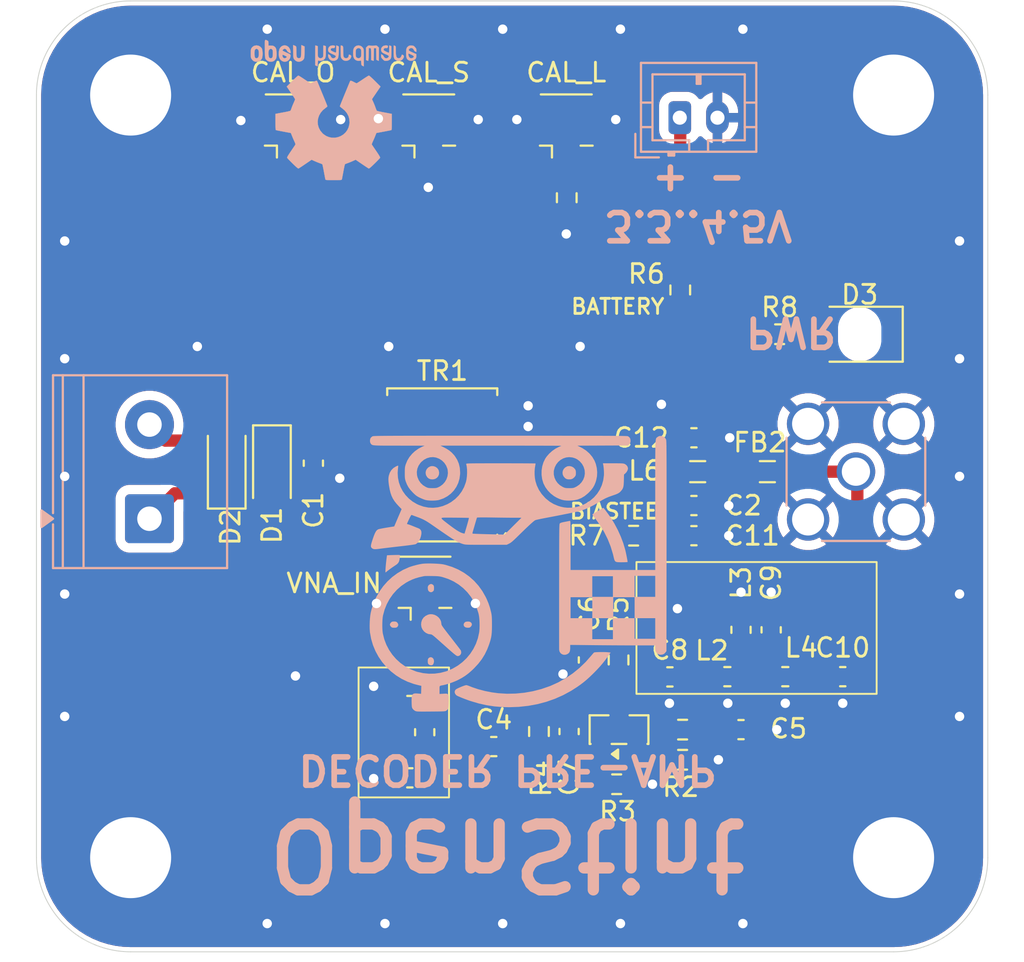
<source format=kicad_pcb>
(kicad_pcb (version 20241229) (generator "pcbnew") (generator_version "9.0")
  (layers (0 "F.Cu" signal) (2 "B.Cu" signal) (13 "F.Paste" user) (15 "B.Paste" user) (5 "F.SilkS" user "F.Silkscreen") (7 "B.SilkS" user "B.Silkscreen") (1 "F.Mask" user) (3 "B.Mask" user) (25 "Edge.Cuts" user))
  (net 0 "")
  (net 1 "GND")
  (net 2 "VCC")
  (net 3 "Net-(C5-Pad1)")
  (net 4 "VBIAS")
  (net 5 "Net-(C8-Pad2)")
  (net 6 "Net-(C9-Pad1)")
  (net 7 "Net-(C10-Pad1)")
  (net 8 "/Vb")
  (net 9 "/Vc")
  (net 10 "Net-(D3-A)")
  (net 11 "Net-(FB2-Pad2)")
  (net 12 "/Vout")
  (net 13 "Net-(J7-In)")
  (net 14 "/Ve")
  (net 15 "/ct")
  (net 16 "/loop+")
  (net 17 "/loop-")
  (net 18 "/loop_unbal")
  (net 19 "unconnected-(J5-In-Pad1)")
  (net 20 "Net-(C13-Pad1)")
  (net 21 "+BATT")
  (footprint "Capacitor_SMD:C_0603_1608Metric" (layer "F.Cu") (at 129.7 89.55 90)
    (property "Reference" "C1" (at -2.5 0 90) (layer "F.SilkS"))
    (property "Value" "100n")
    (pad "1" smd roundrect (at -0.775 0 90) (size 0.9 0.95) (layers "F.Cu" "F.Mask" "F.Paste") (net 1 "GND"))
    (pad "2" smd roundrect (at 0.775 0 90) (size 0.9 0.95) (layers "F.Cu" "F.Mask" "F.Paste") (net 15 "/ct"))
  )
  (footprint "Diode_SMD:D_SOD-123F" (layer "F.Cu") (at 125.1 89.75 90)
    (property "Reference" "D2" (at -3.2 0.2 90) (layer "F.SilkS"))
    (property "Value" "1N4148W")
    (pad "1" smd roundrect (at -1.4 0 90) (size 1.1 1.1) (layers "F.Cu" "F.Mask" "F.Paste") (roundrect_rratio 0.2272727273) (net 16 "/loop+"))
    (pad "2" smd roundrect (at 1.4 0 90) (size 1.1 1.1) (layers "F.Cu" "F.Mask" "F.Paste") (roundrect_rratio 0.2272727273) (net 17 "/loop-"))
  )
  (footprint "Inductor_SMD:L_0603_1608Metric" (layer "F.Cu") (at 151.675 100.8875)
    (property "Reference" "L2" (at -0.825 -1.3875 0) (layer "F.SilkS"))
    (property "Value" "2.2u")
    (pad "1" smd roundrect (at -0.7875 0) (size 0.875 0.95) (layers "F.Cu" "F.Mask" "F.Paste") (net 5 "Net-(C8-Pad2)"))
    (pad "2" smd roundrect (at 0.7875 0) (size 0.875 0.95) (layers "F.Cu" "F.Mask" "F.Paste") (net 6 "Net-(C9-Pad1)"))
  )
  (footprint "Connector_Coaxial:U.FL_Hirose_U.FL-R-SMT-1_Vertical" (layer "F.Cu") (at 135.625 96.35 90)
    (property "Reference" "J4" (hide yes))
    (property "Value" "VNA_IN" (at 0.425 -4.825 0) (layer "F.SilkS"))
    (pad "1" smd roundrect (at -1.05 0 90) (size 1.05 1) (layers "F.Cu" "F.Mask" "F.Paste") (net 18 "/loop_unbal"))
    (pad "2" smd roundrect (at 0.475 -1.475 90) (size 2.2 1.05) (layers "F.Cu" "F.Mask" "F.Paste") (roundrect_rratio 0.2380952381) (net 1 "GND"))
    (pad "2" smd roundrect (at 0.475 1.475 90) (size 2.2 1.05) (layers "F.Cu" "F.Mask" "F.Paste") (roundrect_rratio 0.2380952381) (net 1 "GND"))
  )
  (footprint "Resistor_SMD:R_0603_1608Metric" (layer "F.Cu") (at 149.175 80.35 -90)
    (property "Reference" "R6" (at -0.855 1.795 180) (layer "F.SilkS"))
    (property "Value" "0")
    (pad "1" smd roundrect (at -0.825 0 270) (size 0.8 0.95) (layers "F.Cu" "F.Mask" "F.Paste") (net 21 "+BATT"))
    (pad "2" smd roundrect (at 0.825 0 270) (size 0.8 0.95) (layers "F.Cu" "F.Mask" "F.Paste") (net 2 "VCC"))
  )
  (footprint "Capacitor_SMD:C_0603_1608Metric" (layer "F.Cu") (at 149.9 93.4 180)
    (property "Reference" "C11" (at -3.1 0 0) (layer "F.SilkS"))
    (property "Value" "4.7u/X5R")
    (pad "1" smd roundrect (at -0.775 0 180) (size 0.9 0.95) (layers "F.Cu" "F.Mask" "F.Paste") (net 1 "GND"))
    (pad "2" smd roundrect (at 0.775 0 180) (size 0.9 0.95) (layers "F.Cu" "F.Mask" "F.Paste") (net 4 "VBIAS"))
  )
  (footprint "Capacitor_SMD:C_0603_1608Metric" (layer "F.Cu") (at 148.625 100.9)
    (property "Reference" "C8" (at 0 -1.43 0) (layer "F.SilkS"))
    (property "Value" "470p")
    (pad "1" smd roundrect (at -0.775 0) (size 0.9 0.95) (layers "F.Cu" "F.Mask" "F.Paste") (net 9 "/Vc"))
    (pad "2" smd roundrect (at 0.775 0) (size 0.9 0.95) (layers "F.Cu" "F.Mask" "F.Paste") (net 5 "Net-(C8-Pad2)"))
  )
  (footprint "Capacitor_SMD:C_0603_1608Metric" (layer "F.Cu") (at 144.3 100 -90)
    (property "Reference" "C6" (at -2.45 -0.05 90) (layer "F.SilkS"))
    (property "Value" "4.7u/X5R")
    (pad "1" smd roundrect (at -0.775 0 270) (size 0.9 0.95) (layers "F.Cu" "F.Mask" "F.Paste") (net 2 "VCC"))
    (pad "2" smd roundrect (at 0.775 0 270) (size 0.9 0.95) (layers "F.Cu" "F.Mask" "F.Paste") (net 1 "GND"))
  )
  (footprint "MountingHole:MountingHole_4.3mm_M4_DIN965_Pad" (layer "F.Cu") (at 120 70)
    (property "Reference" "H1" (hide yes))
    (property "Value" "MountingHole_Pad")
    (pad "1" thru_hole circle (at 0 0) (size 7.5 7.5) (drill 4.3) (layers "*.Cu" "*.Mask") (net 1 "GND"))
  )
  (footprint "Resistor_SMD:R_0603_1608Metric" (layer "F.Cu") (at 143.15 75.45 -90)
    (property "Reference" "R11" (hide yes))
    (property "Value" "49.9")
    (pad "1" smd roundrect (at -0.825 0 270) (size 0.8 0.95) (layers "F.Cu" "F.Mask" "F.Paste") (net 13 "Net-(J7-In)"))
    (pad "2" smd roundrect (at 0.825 0 270) (size 0.8 0.95) (layers "F.Cu" "F.Mask" "F.Paste") (net 1 "GND"))
  )
  (footprint "MountingHole:MountingHole_4.3mm_M4_DIN965_Pad" (layer "F.Cu") (at 160.5 70)
    (property "Reference" "H2" (hide yes))
    (property "Value" "MountingHole_Pad")
    (pad "1" thru_hole circle (at 0 0) (size 7.5 7.5) (drill 4.3) (layers "*.Cu" "*.Mask") (net 1 "GND"))
  )
  (footprint "Capacitor_SMD:C_0603_1608Metric" (layer "F.Cu") (at 157.8 100.8875)
    (property "Reference" "C10" (at 0 -1.5375 0) (layer "F.SilkS"))
    (property "Value" "470p")
    (pad "1" smd roundrect (at -0.775 0) (size 0.9 0.95) (layers "F.Cu" "F.Mask" "F.Paste") (net 7 "Net-(C10-Pad1)"))
    (pad "2" smd roundrect (at 0.775 0) (size 0.9 0.95) (layers "F.Cu" "F.Mask" "F.Paste") (net 12 "/Vout"))
  )
  (footprint "Inductor_SMD:L_0603_1608Metric" (layer "F.Cu") (at 154.75 100.8875)
    (property "Reference" "L4" (at 0.85 -1.5375 0) (layer "F.SilkS"))
    (property "Value" "2.2u")
    (pad "1" smd roundrect (at -0.7875 0) (size 0.875 0.95) (layers "F.Cu" "F.Mask" "F.Paste") (net 6 "Net-(C9-Pad1)"))
    (pad "2" smd roundrect (at 0.7875 0) (size 0.875 0.95) (layers "F.Cu" "F.Mask" "F.Paste") (net 7 "Net-(C10-Pad1)"))
  )
  (footprint "Inductor_SMD:L_0603_1608Metric" (layer "F.Cu") (at 135.61 103.8375 -90)
    (property "Reference" "L1" (hide yes))
    (property "Value" "820n")
    (pad "1" smd roundrect (at -0.7875 0 270) (size 0.875 0.95) (layers "F.Cu" "F.Mask" "F.Paste") (net 18 "/loop_unbal"))
    (pad "2" smd roundrect (at 0.7875 0 270) (size 0.875 0.95) (layers "F.Cu" "F.Mask" "F.Paste") (net 20 "Net-(C13-Pad1)"))
  )
  (footprint "Resistor_SMD:R_0603_1608Metric" (layer "F.Cu") (at 141.675 103.8 -90)
    (property "Reference" "R4" (at 2.5 -0.125 90) (layer "F.SilkS"))
    (property "Value" "470")
    (pad "1" smd roundrect (at -0.825 0 270) (size 0.8 0.95) (layers "F.Cu" "F.Mask" "F.Paste") (net 9 "/Vc"))
    (pad "2" smd roundrect (at 0.825 0 270) (size 0.8 0.95) (layers "F.Cu" "F.Mask" "F.Paste") (net 8 "/Vb"))
  )
  (footprint "Capacitor_SMD:C_0603_1608Metric" (layer "F.Cu") (at 149.9 88.2 180)
    (property "Reference" "C12" (at 2.8 0 0) (layer "F.SilkS"))
    (property "Value" "4.7u/X5R")
    (pad "1" smd roundrect (at -0.775 0 180) (size 0.9 0.95) (layers "F.Cu" "F.Mask" "F.Paste") (net 1 "GND"))
    (pad "2" smd roundrect (at 0.775 0 180) (size 0.9 0.95) (layers "F.Cu" "F.Mask" "F.Paste") (net 4 "VBIAS"))
  )
  (footprint "MountingHole:MountingHole_4.3mm_M4_DIN965_Pad" (layer "F.Cu") (at 120 110.5)
    (property "Reference" "H3" (hide yes))
    (property "Value" "MountingHole_Pad")
    (pad "1" thru_hole circle (at 0 0) (size 7.5 7.5) (drill 4.3) (layers "*.Cu" "*.Mask") (net 1 "GND"))
  )
  (footprint "Resistor_SMD:R_0603_1608Metric" (layer "F.Cu") (at 149.3 105.3)
    (property "Reference" "R2" (at -0.1 1.45 0) (layer "F.SilkS"))
    (property "Value" "49.9")
    (pad "1" smd roundrect (at -0.825 0) (size 0.8 0.95) (layers "F.Cu" "F.Mask" "F.Paste") (net 14 "/Ve"))
    (pad "2" smd roundrect (at 0.825 0) (size 0.8 0.95) (layers "F.Cu" "F.Mask" "F.Paste") (net 1 "GND"))
  )
  (footprint "Capacitor_SMD:C_0603_1608Metric" (layer "F.Cu") (at 134.82 106.26 180)
    (property "Reference" "C13" (hide yes))
    (property "Value" "1500p")
    (pad "1" smd roundrect (at -0.775 0 180) (size 0.9 0.95) (layers "F.Cu" "F.Mask" "F.Paste") (net 20 "Net-(C13-Pad1)"))
    (pad "2" smd roundrect (at 0.775 0 180) (size 0.9 0.95) (layers "F.Cu" "F.Mask" "F.Paste") (net 1 "GND"))
  )
  (footprint "Capacitor_SMD:C_0603_1608Metric" (layer "F.Cu") (at 134.825 101.4 180)
    (property "Reference" "C3" (hide yes))
    (property "Value" "dnp")
    (pad "1" smd roundrect (at -0.775 0 180) (size 0.9 0.95) (layers "F.Cu" "F.Mask" "F.Paste") (net 18 "/loop_unbal"))
    (pad "2" smd roundrect (at 0.775 0 180) (size 0.9 0.95) (layers "F.Cu" "F.Mask" "F.Paste") (net 1 "GND"))
  )
  (footprint "Inductor_SMD:L_0805_2012Metric" (layer "F.Cu") (at 153.8 90 180)
    (property "Reference" "FB2" (at 0.399622 1.55 0) (layer "F.SilkS"))
    (property "Value" "600")
    (pad "1" smd roundrect (at -1.0625 0 180) (size 0.875 1.2) (layers "F.Cu" "F.Mask" "F.Paste") (net 12 "/Vout"))
    (pad "2" smd roundrect (at 1.0625 0 180) (size 0.875 1.2) (layers "F.Cu" "F.Mask" "F.Paste") (net 11 "Net-(FB2-Pad2)"))
  )
  (footprint "Resistor_SMD:R_0603_1608Metric" (layer "F.Cu") (at 145.8 106.6)
    (property "Reference" "R3" (at 0.05 1.45 0) (layer "F.SilkS"))
    (property "Value" "820")
    (pad "1" smd roundrect (at -0.825 0) (size 0.8 0.95) (layers "F.Cu" "F.Mask" "F.Paste") (net 8 "/Vb"))
    (pad "2" smd roundrect (at 0.825 0) (size 0.8 0.95) (layers "F.Cu" "F.Mask" "F.Paste") (net 1 "GND"))
  )
  (footprint "MountingHole:MountingHole_4.3mm_M4_DIN965_Pad" (layer "F.Cu") (at 160.5 110.5)
    (property "Reference" "H4" (hide yes))
    (property "Value" "MountingHole_Pad")
    (pad "1" thru_hole circle (at 0 0) (size 7.5 7.5) (drill 4.3) (layers "*.Cu" "*.Mask") (net 1 "GND"))
  )
  (footprint "LED_SMD:LED_1206_3216Metric_ReverseMount_Hole1.8x2.4mm" (layer "F.Cu") (at 158.7 82.7 180)
    (property "Reference" "D3" (at 0 2.1 0) (layer "F.SilkS"))
    (property "Value" "LED")
    (pad "" np_thru_hole oval (at 0 0 180) (size 1.8 2.4) (drill oval 1.8 2.4) (layers "*.Cu" "*.Mask"))
    (pad "1" smd roundrect (at -1.65 0 180) (size 0.95 1.75) (layers "F.Cu" "F.Mask" "F.Paste") (roundrect_rratio 0.2) (net 1 "GND"))
    (pad "2" smd roundrect (at 1.65 0 180) (size 0.95 1.75) (layers "F.Cu" "F.Mask" "F.Paste") (roundrect_rratio 0.2) (net 10 "Net-(D3-A)"))
  )
  (footprint "Capacitor_SMD:C_0603_1608Metric" (layer "F.Cu") (at 154 98.4 90)
    (property "Reference" "C9" (at 2.5 0 90) (layer "F.SilkS"))
    (property "Value" "1.8n")
    (pad "1" smd roundrect (at -0.775 0 90) (size 0.9 0.95) (layers "F.Cu" "F.Mask" "F.Paste") (net 6 "Net-(C9-Pad1)"))
    (pad "2" smd roundrect (at 0.775 0 90) (size 0.9 0.95) (layers "F.Cu" "F.Mask" "F.Paste") (net 1 "GND"))
  )
  (footprint "Capacitor_SMD:C_0603_1608Metric" (layer "F.Cu") (at 143.275 103.8 90)
    (property "Reference" "C7" (at -2.45 0 90) (layer "F.SilkS"))
    (property "Value" "12p")
    (pad "1" smd roundrect (at -0.775 0 90) (size 0.9 0.95) (layers "F.Cu" "F.Mask" "F.Paste") (net 8 "/Vb"))
    (pad "2" smd roundrect (at 0.775 0 90) (size 0.9 0.95) (layers "F.Cu" "F.Mask" "F.Paste") (net 9 "/Vc"))
  )
  (footprint "Connector_Coaxial:U.FL_Hirose_U.FL-R-SMT-1_Vertical" (layer "F.Cu") (at 143.125 71.8 90)
    (property "Reference" "J7" (hide yes))
    (property "Value" "CAL_L" (at 3 0 180) (layer "F.SilkS"))
    (pad "1" smd roundrect (at -1.05 0 90) (size 1.05 1) (layers "F.Cu" "F.Mask" "F.Paste") (net 13 "Net-(J7-In)"))
    (pad "2" smd roundrect (at 0.475 -1.475 90) (size 2.2 1.05) (layers "F.Cu" "F.Mask" "F.Paste") (roundrect_rratio 0.2380952381) (net 1 "GND"))
    (pad "2" smd roundrect (at 0.475 1.475 90) (size 2.2 1.05) (layers "F.Cu" "F.Mask" "F.Paste") (roundrect_rratio 0.2380952381) (net 1 "GND"))
  )
  (footprint "Diode_SMD:D_SOD-123F" (layer "F.Cu") (at 127.5 89.75 -90)
    (property "Reference" "D1" (at 3.1 0 90) (layer "F.SilkS"))
    (property "Value" "1N4148W")
    (pad "1" smd roundrect (at -1.4 0 270) (size 1.1 1.1) (layers "F.Cu" "F.Mask" "F.Paste") (roundrect_rratio 0.2272727273) (net 17 "/loop-"))
    (pad "2" smd roundrect (at 1.4 0 270) (size 1.1 1.1) (layers "F.Cu" "F.Mask" "F.Paste") (roundrect_rratio 0.2272727273) (net 16 "/loop+"))
  )
  (footprint "Resistor_SMD:R_0603_1608Metric" (layer "F.Cu") (at 149.3 103.7)
    (property "Reference" "R1" (hide yes))
    (property "Value" "4.7")
    (pad "1" smd roundrect (at -0.825 0) (size 0.8 0.95) (layers "F.Cu" "F.Mask" "F.Paste") (net 14 "/Ve"))
    (pad "2" smd roundrect (at 0.825 0) (size 0.8 0.95) (layers "F.Cu" "F.Mask" "F.Paste") (net 3 "Net-(C5-Pad1)"))
  )
  (footprint "Connector_Coaxial:U.FL_Hirose_U.FL-R-SMT-1_Vertical" (layer "F.Cu") (at 128.525 71.8 90)
    (property "Reference" "J5" (hide yes))
    (property "Value" "CAL_O" (at 3 0.1 180) (layer "F.SilkS"))
    (pad "1" smd roundrect (at -1.05 0 90) (size 1.05 1) (layers "F.Cu" "F.Mask" "F.Paste") (net 19 "unconnected-(J5-In-Pad1)"))
    (pad "2" smd roundrect (at 0.475 -1.475 90) (size 2.2 1.05) (layers "F.Cu" "F.Mask" "F.Paste") (roundrect_rratio 0.2380952381) (net 1 "GND"))
    (pad "2" smd roundrect (at 0.475 1.475 90) (size 2.2 1.05) (layers "F.Cu" "F.Mask" "F.Paste") (roundrect_rratio 0.2380952381) (net 1 "GND"))
  )
  (footprint "Resistor_SMD:R_0603_1608Metric" (layer "F.Cu") (at 154.45 82.7)
    (property "Reference" "R8" (at 0 -1.43 0) (layer "F.SilkS"))
    (property "Value" "820")
    (pad "1" smd roundrect (at -0.825 0) (size 0.8 0.95) (layers "F.Cu" "F.Mask" "F.Paste") (net 2 "VCC"))
    (pad "2" smd roundrect (at 0.825 0) (size 0.8 0.95) (layers "F.Cu" "F.Mask" "F.Paste") (net 10 "Net-(D3-A)"))
  )
  (footprint "Capacitor_SMD:C_0603_1608Metric" (layer "F.Cu") (at 152.4 103.7)
    (property "Reference" "C5" (at 2.525 -0.05 0) (layer "F.SilkS"))
    (property "Value" "100n")
    (pad "1" smd roundrect (at -0.775 0) (size 0.9 0.95) (layers "F.Cu" "F.Mask" "F.Paste") (net 3 "Net-(C5-Pad1)"))
    (pad "2" smd roundrect (at 0.775 0) (size 0.9 0.95) (layers "F.Cu" "F.Mask" "F.Paste") (net 1 "GND"))
  )
  (footprint "Inductor_SMD:L_0805_2012Metric" (layer "F.Cu") (at 150.1 90 180)
    (property "Reference" "L6" (at 2.8 0.05 0) (layer "F.SilkS"))
    (property "Value" "10u/0805")
    (pad "1" smd roundrect (at -1.0625 0 180) (size 0.875 1.2) (layers "F.Cu" "F.Mask" "F.Paste") (net 11 "Net-(FB2-Pad2)"))
    (pad "2" smd roundrect (at 1.0625 0 180) (size 0.875 1.2) (layers "F.Cu" "F.Mask" "F.Paste") (net 4 "VBIAS"))
  )
  (footprint "Capacitor_SMD:C_0603_1608Metric" (layer "F.Cu") (at 149.9 91.8 180)
    (property "Reference" "C2" (at -2.625 0 0) (layer "F.SilkS"))
    (property "Value" "4.7u/X5R")
    (pad "1" smd roundrect (at -0.775 0 180) (size 0.9 0.95) (layers "F.Cu" "F.Mask" "F.Paste") (net 1 "GND"))
    (pad "2" smd roundrect (at 0.775 0 180) (size 0.9 0.95) (layers "F.Cu" "F.Mask" "F.Paste") (net 4 "VBIAS"))
  )
  (footprint "Package_TO_SOT_SMD:SOT-23" (layer "F.Cu") (at 145.925 103.7 90)
    (property "Reference" "Q1" (hide yes))
    (property "Value" "BFR106")
    (pad "1" smd roundrect (at -0.9375 -0.95 90) (size 1.475 0.6) (layers "F.Cu" "F.Mask" "F.Paste") (net 8 "/Vb"))
    (pad "2" smd roundrect (at -0.9375 0.95 90) (size 1.475 0.6) (layers "F.Cu" "F.Mask" "F.Paste") (net 14 "/Ve"))
    (pad "3" smd roundrect (at 0.9375 0 90) (size 1.475 0.6) (layers "F.Cu" "F.Mask" "F.Paste") (net 9 "/Vc"))
  )
  (footprint "Connector_Coaxial:U.FL_Hirose_U.FL-R-SMT-1_Vertical" (layer "F.Cu") (at 135.825 71.8 90)
    (property "Reference" "J6" (hide yes))
    (property "Value" "CAL_S" (at 3 0 180) (layer "F.SilkS"))
    (pad "1" smd roundrect (at -1.05 0 90) (size 1.05 1) (layers "F.Cu" "F.Mask" "F.Paste") (net 1 "GND"))
    (pad "2" smd roundrect (at 0.475 -1.475 90) (size 2.2 1.05) (layers "F.Cu" "F.Mask" "F.Paste") (roundrect_rratio 0.2380952381) (net 1 "GND"))
    (pad "2" smd roundrect (at 0.475 1.475 90) (size 2.2 1.05) (layers "F.Cu" "F.Mask" "F.Paste") (roundrect_rratio 0.2380952381) (net 1 "GND"))
  )
  (footprint "Resistor_SMD:R_0603_1608Metric" (layer "F.Cu") (at 146.7 93.4 180)
    (property "Reference" "R7" (at 2.475 0 180) (layer "F.SilkS"))
    (property "Value" "0")
    (pad "1" smd roundrect (at -0.825 0 180) (size 0.8 0.95) (layers "F.Cu" "F.Mask" "F.Paste") (net 4 "VBIAS"))
    (pad "2" smd roundrect (at 0.825 0 180) (size 0.8 0.95) (layers "F.Cu" "F.Mask" "F.Paste") (net 2 "VCC"))
  )
  (footprint "Inductor_SMD:L_0603_1608Metric" (layer "F.Cu") (at 152.4 98.4 90)
    (property "Reference" "L3" (at 2.5 0 90) (layer "F.SilkS"))
    (property "Value" "560n")
    (pad "1" smd roundrect (at -0.7875 0 90) (size 0.875 0.95) (layers "F.Cu" "F.Mask" "F.Paste") (net 6 "Net-(C9-Pad1)"))
    (pad "2" smd roundrect (at 0.7875 0 90) (size 0.875 0.95) (layers "F.Cu" "F.Mask" "F.Paste") (net 1 "GND"))
  )
  (footprint "Resistor_SMD:R_0603_1608Metric" (layer "F.Cu") (at 145.9 100 -90)
    (property "Reference" "R5" (at -2.4 0 90) (layer "F.SilkS"))
    (property "Value" "150")
    (pad "1" smd roundrect (at -0.825 0 270) (size 0.8 0.95) (layers "F.Cu" "F.Mask" "F.Paste") (net 2 "VCC"))
    (pad "2" smd roundrect (at 0.825 0 270) (size 0.8 0.95) (layers "F.Cu" "F.Mask" "F.Paste") (net 9 "/Vc"))
  )
  (footprint "Capacitor_SMD:C_0603_1608Metric" (layer "F.Cu") (at 139.275 104.6)
    (property "Reference" "C4" (at 0 -1.43 0) (layer "F.SilkS"))
    (property "Value" "100n")
    (pad "1" smd roundrect (at -0.775 0) (size 0.9 0.95) (layers "F.Cu" "F.Mask" "F.Paste") (net 20 "Net-(C13-Pad1)"))
    (pad "2" smd roundrect (at 0.775 0) (size 0.9 0.95) (layers "F.Cu" "F.Mask" "F.Paste") (net 8 "/Vb"))
  )
  (footprint "RF_Mini-Circuits:Mini-Circuits_CD637_H5.23mm" (layer "F.Cu") (at 136.54 89.64 180)
    (property "Reference" "TR1" (at -0.01 4.99 0) (layer "F.SilkS"))
    (property "Value" "ADT8-1T")
    (pad "1" smd rect (at -2.54 -2.54 180) (size 2.54 1.65) (layers "F.Cu" "F.Mask" "F.Paste") (net 18 "/loop_unbal"))
    (pad "2" smd rect (at -2.54 0 180) (size 2.54 1.65) (layers "F.Cu" "F.Mask" "F.Paste"))
    (pad "3" smd rect (at -2.54 2.54 180) (size 2.54 1.65) (layers "F.Cu" "F.Mask" "F.Paste") (net 1 "GND"))
    (pad "4" smd rect (at 2.54 2.54 180) (size 2.54 1.65) (layers "F.Cu" "F.Mask" "F.Paste") (net 17 "/loop-"))
    (pad "5" smd rect (at 2.54 0 180) (size 2.54 1.65) (layers "F.Cu" "F.Mask" "F.Paste") (net 15 "/ct"))
    (pad "6" smd rect (at 2.54 -2.54 180) (size 2.54 1.65) (layers "F.Cu" "F.Mask" "F.Paste") (net 16 "/loop+"))
  )
  (footprint "Symbol:openstint_logo_20x20" (layer "B.Cu") (at 140.5 95.3)
    (property "Reference" "G***" (hide yes))
    (property "Value" "LOGO" (hide yes))
  )
  (footprint "Connector_Coaxial:SMA_Amphenol_132134-16_Vertical" (layer "B.Cu") (at 158.5 90 180)
    (property "Reference" "J2" (hide yes))
    (property "Value" "OUT")
    (pad "1" thru_hole circle (at 0 0 180) (size 2.05 2.05) (drill 1.5) (layers "*.Cu" "*.Mask") (net 12 "/Vout"))
    (pad "2" thru_hole circle (at -2.54 -2.54 180) (size 2.25 2.25) (drill 1.7) (layers "*.Cu" "*.Mask") (net 1 "GND"))
    (pad "2" thru_hole circle (at -2.54 2.54 180) (size 2.25 2.25) (drill 1.7) (layers "*.Cu" "*.Mask") (net 1 "GND"))
    (pad "2" thru_hole circle (at 2.54 -2.54 180) (size 2.25 2.25) (drill 1.7) (layers "*.Cu" "*.Mask") (net 1 "GND"))
    (pad "2" thru_hole circle (at 2.54 2.54 180) (size 2.25 2.25) (drill 1.7) (layers "*.Cu" "*.Mask") (net 1 "GND"))
  )
  (footprint "Symbol:OSHW-Logo2_9.8x8mm_SilkScreen" (layer "B.Cu") (at 130.775 70.8)
    (property "Reference" "SYM1" (hide yes))
    (property "Value" "Logo_Open_Hardware_Small" (hide yes))
  )
  (footprint "Connector_JST:JST_PH_B2B-PH-K_1x02_P2.00mm_Vertical" (layer "B.Cu") (at 149.15 71.2)
    (property "Reference" "J3" (hide yes))
    (property "Value" "Vin")
    (pad "1" thru_hole roundrect (at 0 0) (size 1.2 1.75) (drill 0.75) (layers "*.Cu" "*.Mask") (roundrect_rratio 0.208333) (net 21 "+BATT"))
    (pad "2" thru_hole oval (at 2 0) (size 1.2 1.75) (drill 0.75) (layers "*.Cu" "*.Mask") (net 1 "GND"))
  )
  (footprint "TerminalBlock_Phoenix:TerminalBlock_Phoenix_PT-1,5-2-5.0-H_1x02_P5.00mm_Horizontal" (layer "B.Cu") (at 121 92.5 90)
    (property "Reference" "J1" (hide yes))
    (property "Value" "Phoenix PTS 1,5/ 2-5,0-H")
    (pad "1" thru_hole roundrect (at 0 0 90) (size 2.6 2.6) (drill 1.3) (layers "*.Cu" "*.Mask") (roundrect_rratio 0.096154) (net 16 "/loop+"))
    (pad "2" thru_hole circle (at 5 0 90) (size 2.6 2.6) (drill 1.3) (layers "*.Cu" "*.Mask") (net 17 "/loop-"))
  )
  (gr_rect (start 146.85 94.8) (end 159.6 101.8) (stroke (width 0.1)) (fill no) (layer "F.SilkS"))
  (gr_rect (start 132.1 100.4) (end 136.9 107.3) (stroke (width 0.1)) (fill no) (layer "F.SilkS"))
  (gr_arc (start 160.5 65) (mid 164.035534 66.464466) (end 165.5 70) (stroke (width 0.05)) (layer "Edge.Cuts"))
  (gr_arc (start 165.5 110.5) (mid 164.035534 114.035534) (end 160.5 115.5) (stroke (width 0.05)) (layer "Edge.Cuts"))
  (gr_line (start 120 115.5) (end 160.5 115.5) (stroke (width 0.05)) (layer "Edge.Cuts"))
  (gr_line (start 115 70) (end 115 110.5) (stroke (width 0.05)) (layer "Edge.Cuts"))
  (gr_line (start 160.5 65) (end 120 65) (stroke (width 0.05)) (layer "Edge.Cuts"))
  (gr_line (start 165.5 110.5) (end 165.5 70) (stroke (width 0.05)) (layer "Edge.Cuts"))
  (gr_arc (start 115 70) (mid 116.464466 66.464466) (end 120 65) (stroke (width 0.05)) (layer "Edge.Cuts"))
  (gr_arc (start 120 115.5) (mid 116.464466 114.035534) (end 115 110.5) (stroke (width 0.05)) (layer "Edge.Cuts"))
  (gr_text "BATTERY" (at 143.3 81.7 0) (layer "F.SilkS") (effects (font (size 0.8 0.8)) (justify left bottom)))
  (gr_text "BIASTEE" (at 143.225 92.575 0) (layer "F.SilkS") (effects (font (size 0.8 0.8)) (justify left bottom)))
  (gr_text "DECODER PRE-AMP" (at 128.75 104.95 180) (layer "B.SilkS") (effects (font (size 1.5 1.5) (thickness 0.3) (bold yes)) (justify left bottom mirror)))
  (gr_text "OpenStint" (at 127 108.25 180) (layer "B.SilkS") (effects (font (size 3.5 3.5) (thickness 0.6) (bold yes)) (justify left bottom mirror)))
  (gr_text "3.3..4.5V\n+ -" (at 150.15 73.625 180) (layer "B.SilkS") (effects (font (size 1.5 1.5) (thickness 0.3) (bold yes)) (justify bottom mirror)))
  (gr_text "PWR" (at 152.5 81.7 180) (layer "B.SilkS") (effects (font (size 1.5 1.5) (thickness 0.3) (bold yes)) (justify left bottom mirror)))
  (segment (start 150.125 105.3) (end 151.2 105.3) (width 0.5) (layer "F.Cu") (net 1))
  (segment (start 135.825 72.85) (end 135.825 74.9) (width 0.65) (layer "F.Cu") (net 1))
  (segment (start 143.15 77.35) (end 143.125 77.375) (width 0.5) (layer "F.Cu") (net 1))
  (segment (start 140.56 87.06) (end 141.1 87.6) (width 0.65) (layer "F.Cu") (net 1))
  (segment (start 137.1 97) (end 138.3 97) (width 0.5) (layer "F.Cu") (net 1))
  (segment (start 140.54 87.06) (end 141.1 86.5) (width 0.65) (layer "F.Cu") (net 1))
  (segment (start 144.3 100.775) (end 142.975 100.775) (width 0.5) (layer "F.Cu") (net 1))
  (segment (start 139.435 87.06) (end 140.56 87.06) (width 0.65) (layer "F.Cu") (net 1))
  (segment (start 154 97.625) (end 154 96.4) (width 0.5) (layer "F.Cu") (net 1))
  (segment (start 144.65 71.3) (end 145.75 71.3) (width 0.5) (layer "F.Cu") (net 1))
  (segment (start 152.4 97.6125) (end 152.4 96.4) (width 0.5) (layer "F.Cu") (net 1))
  (segment (start 142.975 100.775) (end 142.95 100.75) (width 0.5) (layer "F.Cu") (net 1))
  (segment (start 134.15 97) (end 133.05 97) (width 0.5) (layer "F.Cu") (net 1))
  (segment (start 150.675 93.4) (end 151.7 93.4) (width 0.5) (layer "F.Cu") (net 1))
  (segment (start 134 101.4) (end 132.9 101.4) (width 0.5) (layer "F.Cu") (net 1))
  (segment (start 130.05 71.3) (end 131.15 71.3) (width 0.5) (layer "F.Cu") (net 1))
  (segment (start 126.95 71.35) (end 125.85 71.35) (width 0.5) (layer "F.Cu") (net 1))
  (segment (start 150.675 88.2) (end 151.7 88.2) (width 0.5) (layer "F.Cu") (net 1))
  (segment (start 139.435 87.06) (end 140.54 87.06) (width 0.65) (layer "F.Cu") (net 1))
  (segment (start 143.15 76.275) (end 143.15 77.35) (width 0.5) (layer "F.Cu") (net 1))
  (segment (start 134.25 71.25) (end 133.15 71.25) (width 0.5) (layer "F.Cu") (net 1))
  (segment (start 146.625 106.6) (end 147.7 106.6) (width 0.5) (layer "F.Cu") (net 1))
  (segment (start 134.0125 106.3) (end 132.9 106.3) (width 0.5) (layer "F.Cu") (net 1))
  (segment (start 150.675 91.8) (end 151.7 91.8) (width 0.5) (layer "F.Cu") (net 1))
  (segment (start 141.6 71.3) (end 140.5 71.3) (width 0.5) (layer "F.Cu") (net 1))
  (segment (start 154.3 103.7) (end 153.175 103.7) (width 0.5) (layer "F.Cu") (net 1))
  (segment (start 131.075 90.325) (end 131.1 90.35) (width 0.65) (layer "F.Cu") (net 1))
  (segment (start 137.35 71.3) (end 138.45 71.3) (width 0.5) (layer "F.Cu") (net 1))
  (segment (start 129.7 90.325) (end 131.075 90.325) (width 0.65) (layer "F.Cu") (net 1))
  (via (at 164 77.75) (size 1) (drill 0.5) (layers "F.Cu" "B.Cu") (net 1))
  (via (at 135.8 74.9) (size 1) (drill 0.5) (layers "F.Cu" "B.Cu") (net 1))
  (via (at 147.7 106.6) (size 1) (drill 0.5) (layers "F.Cu" "B.Cu") (net 1))
  (via (at 133.5 66.5) (size 1) (drill 0.5) (layers "F.Cu" "B.Cu") (net 1))
  (via (at 140.5 71.3) (size 1) (drill 0.5) (layers "F.Cu" "B.Cu") (net 1))
  (via (at 146 66.5) (size 1) (drill 0.5) (layers "F.Cu" "B.Cu") (net 1))
  (via (at 164 90.25) (size 1) (drill 0.5) (layers "F.Cu" "B.Cu") (net 1))
  (via (at 157.8 102.3) (size 1) (drill 0.5) (layers "F.Cu" "B.Cu") (net 1))
  (via (at 139.75 66.5) (size 1) (drill 0.5) (layers "F.Cu" "B.Cu") (net 1))
  (via (at 148.175 86.425) (size 1) (drill 0.5) (layers "F.Cu" "B.Cu") (net 1))
  (via (at 154 96.4) (size 1) (drill 0.5) (layers "F.Cu" "B.Cu") (net 1))
  (via (at 116.5 96.5) (size 1) (drill 0.5) (layers "F.Cu" "B.Cu") (net 1))
  (via (at 127.25 114) (size 1) (drill 0.5) (layers "F.Cu" "B.Cu") (net 1))
  (via (at 125.85 71.35) (size 1) (drill 0.5) (layers "F.Cu" "B.Cu") (net 1))
  (via (at 116.5 90.25) (size 1) (drill 0.5) (layers "F.Cu" "B.Cu") (net 1))
  (via (at 152.5 114) (size 1) (drill 0.5) (layers "F.Cu" "B.Cu") (net 1))
  (via (at 148.6 102.3) (size 1) (drill 0.5) (layers "F.Cu" "B.Cu") (net 1))
  (via (at 138.45 71.3) (size 1) (drill 0.5) (layers "F.Cu" "B.Cu") (net 1))
  (via (at 133.15 71.25) (size 1) (drill 0.5) (layers "F.Cu" "B.Cu") (net 1))
  (via (at 149.025 97.275) (size 1) (drill 0.5) (layers "F.Cu" "B.Cu") (net 1))
  (via (at 133.5 114) (size 1) (drill 0.5) (layers "F.Cu" "B.Cu") (net 1))
  (via (at 131.1 90.35) (size 1) (drill 0.5) (layers "F.Cu" "B.Cu") (net 1))
  (via (at 123.54 83.35) (size 1) (drill 0.5) (layers "F.Cu" "B.Cu") (net 1))
  (via (at 116.5 103) (size 1) (drill 0.5) (layers "F.Cu" "B.Cu") (net 1))
  (via (at 133.7 83.35) (size 1) (drill 0.5) (layers "F.Cu" "B.Cu") (net 1))
  (via (at 151.7 102.3) (size 1) (drill 0.5) (layers "F.Cu" "B.Cu") (net 1))
  (via (at 152.4 96.4) (size 1) (drill 0.5) (layers "F.Cu" "B.Cu") (net 1))
  (via (at 141.1 87.6) (size 1) (drill 0.5) (layers "F.Cu" "B.Cu") (net 1))
  (via (at 127.25 66.5) (size 1) (drill 0.5) (layers "F.Cu" "B.Cu") (net 1))
  (via (at 151.2 105.3) (size 1) (drill 0.5) (layers "F.Cu" "B.Cu") (net 1))
  (via (at 164 103) (size 1) (drill 0.5) (layers "F.Cu" "B.Cu") (net 1))
  (via (at 139.75 114) (size 1) (drill 0.5) (layers "F.Cu" "B.Cu") (net 1))
  (via (at 145.75 71.3) (size 1) (drill 0.5) (layers "F.Cu" "B.Cu") (net 1))
  (via (at 154.75 102.3) (size 1) (drill 0.5) (layers "F.Cu" "B.Cu") (net 1))
  (via (at 131.15 71.3) (size 1) (drill 0.5) (layers "F.Cu" "B.Cu") (net 1))
  (via (at 132.9 101.4) (size 1) (drill 0.5) (layers "F.Cu" "B.Cu") (net 1))
  (via (at 151.8 88.2) (size 1) (drill 0.5) (layers "F.Cu" "B.Cu") (net 1))
  (via (at 141.1 86.5) (size 1) (drill 0.5) (layers "F.Cu" "B.Cu") (net 1))
  (via (at 143.125 77.375) (size 1) (drill 0.5) (layers "F.Cu" "B.Cu") (net 1))
  (via (at 116.5 77.75) (size 1) (drill 0.5) (layers "F.Cu" "B.Cu") (net 1))
  (via (at 133.05 97) (size 1) (drill 0.5) (layers "F.Cu" "B.Cu") (net 1))
  (via (at 151.75 93.4) (size 1) (drill 0.5) (layers "F.Cu" "B.Cu") (net 1))
  (via (at 164 96.5) (size 1) (drill 0.5) (layers "F.Cu" "B.Cu") (net 1))
  (via (at 132.9 106.3) (size 1) (drill 0.5) (layers "F.Cu" "B.Cu") (net 1))
  (via (at 138.3 97) (size 1) (drill 0.5) (layers "F.Cu" "B.Cu") (net 1))
  (via (at 151.75 91.8) (size 1) (drill 0.5) (layers "F.Cu" "B.Cu") (net 1))
  (via (at 164 84) (size 1) (drill 0.5) (layers "F.Cu" "B.Cu") (net 1))
  (via (at 152.5 66.5) (size 1) (drill 0.5) (layers "F.Cu" "B.Cu") (net 1))
  (via (at 128.75 100.85) (size 1) (drill 0.5) (layers "F.Cu" "B.Cu") (net 1))
  (via (at 154.3 103.7) (size 1) (drill 0.5) (layers "F.Cu" "B.Cu") (net 1))
  (via (at 143.86 83.35) (size 1) (drill 0.5) (layers "F.Cu" "B.Cu") (net 1))
  (via (at 142.95 100.75) (size 1) (drill 0.5) (layers "F.Cu" "B.Cu") (net 1))
  (via (at 146 114) (size 1) (drill 0.5) (layers "F.Cu" "B.Cu") (net 1))
  (via (at 116.5 84) (size 1) (drill 0.5) (layers "F.Cu" "B.Cu") (net 1))
  (segment (start 144.3 99.225) (end 145.85 99.225) (width 0.65) (layer "F.Cu") (net 2))
  (segment (start 149.175 81.175) (end 149.175 82.675) (width 0.65) (layer "F.Cu") (net 2))
  (segment (start 145.9 99.175) (end 145.9 85.95) (width 0.65) (layer "F.Cu") (net 2))
  (segment (start 149.175 82.675) (end 149.15 82.7) (width 0.65) (layer "F.Cu") (net 2))
  (segment (start 145.9 85.95) (end 149.15 82.7) (width 0.65) (layer "F.Cu") (net 2))
  (segment (start 149.15 82.7) (end 153.625 82.7) (width 0.65) (layer "F.Cu") (net 2))
  (segment (start 145.85 99.225) (end 145.9 99.175) (width 0.65) (layer "F.Cu") (net 2))
  (segment (start 150.125 103.7) (end 151.625 103.7) (width 0.65) (layer "F.Cu") (net 3))
  (segment (start 149.125 93.4) (end 149.125 88.2) (width 0.65) (layer "F.Cu") (net 4))
  (segment (start 149.125 93.4) (end 147.525 93.4) (width 0.65) (layer "F.Cu") (net 4))
  (segment (start 149.4 100.9) (end 150.875 100.9) (width 0.65) (layer "F.Cu") (net 5))
  (segment (start 150.875 100.9) (end 150.8875 100.8875) (width 0.65) (layer "F.Cu") (net 5))
  (segment (start 153.9625 100.8875) (end 153.9625 99.2125) (width 0.65) (layer "F.Cu") (net 6))
  (segment (start 152.4625 100.8875) (end 152.4625 99.25) (width 0.65) (layer "F.Cu") (net 6))
  (segment (start 152.4625 99.25) (end 152.4 99.1875) (width 0.65) (layer "F.Cu") (net 6))
  (segment (start 153.9625 99.2125) (end 154 99.175) (width 0.65) (layer "F.Cu") (net 6))
  (segment (start 152.4625 100.8875) (end 153.9625 100.8875) (width 0.65) (layer "F.Cu") (net 6))
  (segment (start 155.5375 100.8875) (end 157.025 100.8875) (width 0.65) (layer "F.Cu") (net 7))
  (segment (start 143.3125 104.6375) (end 143.275 104.675) (width 0.4) (layer "F.Cu") (net 8))
  (segment (start 140.0875 104.6375) (end 140.05 104.6) (width 0.65) (layer "F.Cu") (net 8))
  (segment (start 144.975 104.6375) (end 140.0875 104.6375) (width 0.65) (layer "F.Cu") (net 8))
  (segment (start 144.975 106.6) (end 144.975 104.6375) (width 0.65) (layer "F.Cu") (net 8))
  (segment (start 145.925 100.85) (end 145.9 100.825) (width 0.65) (layer "F.Cu") (net 9))
  (segment (start 147.85 100.9) (end 145.975 100.9) (width 0.65) (layer "F.Cu") (net 9))
  (segment (start 141.675 102.975) (end 145.7125 102.975) (width 0.65) (layer "F.Cu") (net 9))
  (segment (start 145.7125 102.975) (end 145.925 102.7625) (width 0.65) (layer "F.Cu") (net 9))
  (segment (start 145.975 100.9) (end 145.9 100.825) (width 0.65) (layer "F.Cu") (net 9))
  (segment (start 145.925 102.7625) (end 145.925 100.85) (width 0.65) (layer "F.Cu") (net 9))
  (segment (start 155.275 82.7) (end 157 82.7) (width 0.65) (layer "F.Cu") (net 10))
  (segment (start 151.1625 90) (end 152.7375 90) (width 0.65) (layer "F.Cu") (net 11))
  (segment (start 158.575 90.075) (end 158.5 90) (width 0.65) (layer "F.Cu") (net 12))
  (segment (start 154.8625 90) (end 158.5 90) (width 0.65) (layer "F.Cu") (net 12))
  (segment (start 158.575 100.8875) (end 158.575 90.075) (width 0.65) (layer "F.Cu") (net 12))
  (segment (start 143.125 72.85) (end 143.125 74.6) (width 0.65) (layer "F.Cu") (net 13))
  (segment (start 143.125 74.6) (end 143.15 74.625) (width 0.65) (layer "F.Cu") (net 13))
  (segment (start 146.875 104.6375) (end 146.875 104.075) (width 0.65) (layer "F.Cu") (net 14))
  (segment (start 148.475 103.7) (end 148.475 105.3) (width 0.65) (layer "F.Cu") (net 14))
  (segment (start 146.875 104.075) (end 147.25 103.7) (width 0.65) (layer "F.Cu") (net 14))
  (segment (start 147.25 103.7) (end 148.475 103.7) (width 0.65) (layer "F.Cu") (net 14))
  (segment (start 132.74 88.775) (end 133.565 89.6) (width 0.65) (layer "F.Cu") (net 15))
  (segment (start 129.7 88.775) (end 132.74 88.775) (width 0.65) (layer "F.Cu") (net 15))
  (segment (start 133.565 92.14) (end 128.49 92.14) (width 0.65) (layer "F.Cu") (net 16))
  (segment (start 128.49 92.14) (end 127.5 91.15) (width 0.65) (layer "F.Cu") (net 16))
  (segment (start 122.35 91.15) (end 121 92.5) (width 0.65) (layer "F.Cu") (net 16))
  (segment (start 127.5 91.15) (end 122.35 91.15) (width 0.65) (layer "F.Cu") (net 16))
  (segment (start 121.85 88.35) (end 121 87.5) (width 0.65) (layer "F.Cu") (net 17))
  (segment (start 133.565 87.06) (end 128.79 87.06) (width 0.65) (layer "F.Cu") (net 17))
  (segment (start 128.79 87.06) (end 127.5 88.35) (width 0.65) (layer "F.Cu") (net 17))
  (segment (start 127.5 88.35) (end 121.85 88.35) (width 0.65) (layer "F.Cu") (net 17))
  (segment (start 135.65 103) (end 135.6 103.05) (width 0.65) (layer "F.Cu") (net 18))
  (segment (start 135.6 101.4) (end 135.6 103) (width 0.65) (layer "F.Cu") (net 18))
  (segment (start 137.56 92.14) (end 135.6 94.1) (width 0.65) (layer "F.Cu") (net 18))
  (segment (start 139.135 92.125) (end 139.08 92.18) (width 0.65) (layer "F.Cu") (net 18))
  (segment (start 139.435 92.14) (end 137.56 92.14) (width 0.65) (layer "F.Cu") (net 18))
  (segment (start 135.6 94.1) (end 135.6 101.35) (width 0.65) (layer "F.Cu") (net 18))
  (segment (start 128.525 72.85) (end 128.525 74.9) (width 0.65) (layer "F.Cu") (net 19))
  (segment (start 135.6 104.6) (end 135.6 106.2875) (width 0.65) (layer "F.Cu") (net 20))
  (segment (start 135.6 106.2875) (end 135.5875 106.3) (width 0.65) (layer "F.Cu") (net 20))
  (segment (start 138.5 104.6) (end 135.6 104.6) (width 0.65) (layer "F.Cu") (net 20))
  (segment (start 149.175 71.225) (end 149.15 71.2) (width 0.65) (layer "F.Cu") (net 21))
  (segment (start 149.175 79.525) (end 149.175 71.225) (width 0.65) (layer "F.Cu") (net 21))
  (zone (net 0) (net_name "") (layer "F.Cu") (name "tranformer") (connect_pads (clearance 0)) (min_thickness 0.25)
    (keepout (tracks allowed) (vias allowed) (pads allowed) (copperpour not_allowed) (footprints allowed))
    (fill (thermal_gap 0.5) (thermal_bridge_width 0.5))
    (polygon (pts (xy 133.619 85.576) (xy 139.461 85.576) (xy 139.461 93.704) (xy 133.619 93.704)))
  )
  (zone (net 0) (net_name "") (layer "F.Cu") (connect_pads (clearance 0)) (min_thickness 0.25)
    (keepout (tracks allowed) (vias allowed) (pads allowed) (copperpour not_allowed) (footprints allowed))
    (fill (thermal_gap 0.5) (thermal_bridge_width 0.5))
    (polygon (pts (xy 135.1 72.254067) (xy 136.55 72.254067) (xy 136.55 75.8) (xy 135.1 75.804067)))
  )
  (zone (net 1) (net_name "GND") (layers "F.Cu" "B.Cu") (connect_pads (clearance 0.5)) (min_thickness 0.3) (fill yes (thermal_gap 0.5) (thermal_bridge_width 0.5))
    (polygon (pts (xy 115 65) (xy 115 115.5) (xy 165.5 115.5) (xy 165.5 65)))
  )
)
</source>
